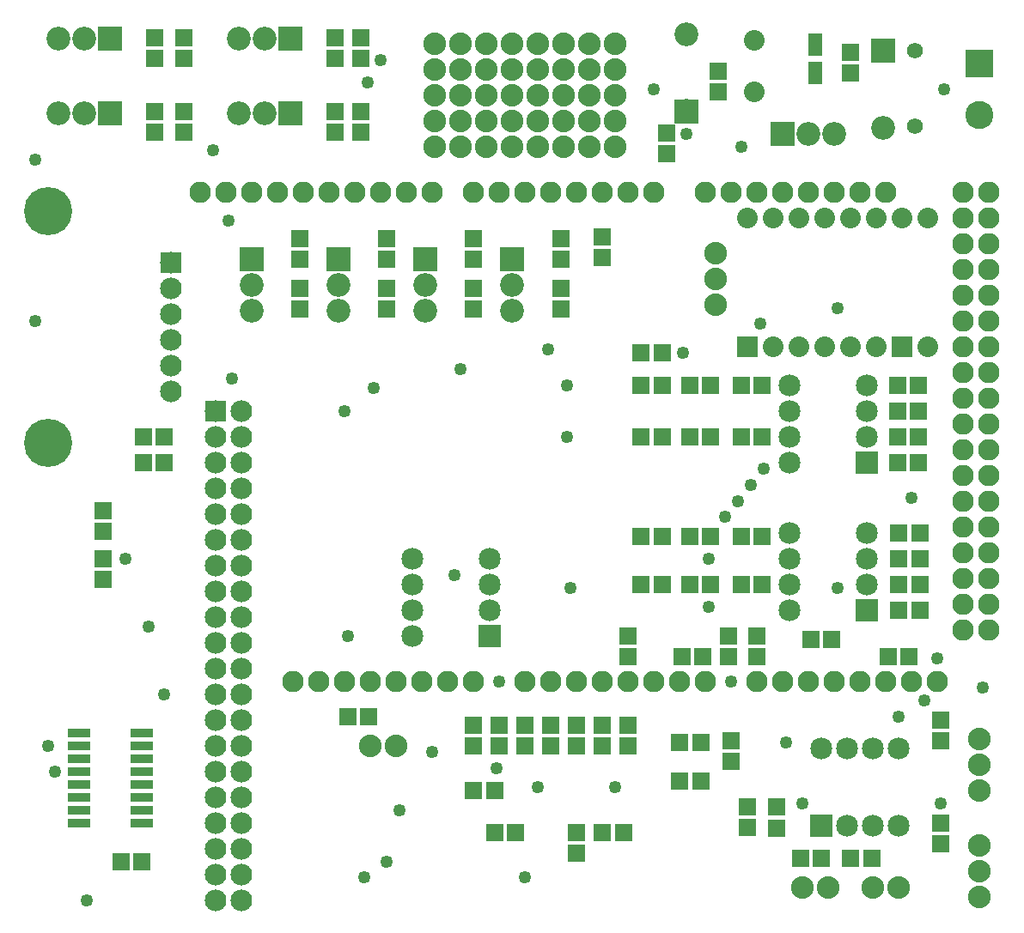
<source format=gts>
G04 MADE WITH FRITZING*
G04 WWW.FRITZING.ORG*
G04 DOUBLE SIDED*
G04 HOLES PLATED*
G04 CONTOUR ON CENTER OF CONTOUR VECTOR*
%ASAXBY*%
%FSLAX23Y23*%
%MOIN*%
%OFA0B0*%
%SFA1.0B1.0*%
%ADD10C,0.049370*%
%ADD11C,0.080000*%
%ADD12C,0.085000*%
%ADD13C,0.187165*%
%ADD14C,0.084000*%
%ADD15C,0.088000*%
%ADD16C,0.082917*%
%ADD17C,0.092000*%
%ADD18C,0.061496*%
%ADD19C,0.109055*%
%ADD20R,0.065118X0.069055*%
%ADD21R,0.057244X0.088740*%
%ADD22R,0.090000X0.036000*%
%ADD23R,0.069055X0.065118*%
%ADD24R,0.085000X0.085000*%
%ADD25R,0.084000X0.084000*%
%ADD26R,0.080000X0.080000*%
%ADD27R,0.092000X0.092000*%
%ADD28R,0.109055X0.109055*%
%LNMASK1*%
G90*
G70*
G54D10*
X2482Y3451D03*
X519Y1363D03*
X282Y301D03*
X2157Y1513D03*
X3432Y1013D03*
X3757Y1126D03*
X832Y2938D03*
X1282Y2201D03*
G54D11*
X2869Y3638D03*
X2869Y3438D03*
G54D10*
X157Y801D03*
X132Y901D03*
X1444Y451D03*
X1869Y813D03*
X2332Y738D03*
X1619Y876D03*
X1494Y651D03*
G54D12*
X1844Y1326D03*
X1544Y1326D03*
X1844Y1426D03*
X1544Y1426D03*
X1844Y1526D03*
X1544Y1526D03*
X1844Y1626D03*
X1544Y1626D03*
G54D10*
X432Y1626D03*
X3057Y676D03*
X3582Y1238D03*
G54D12*
X3307Y1426D03*
X3007Y1426D03*
X3307Y1526D03*
X3007Y1526D03*
X3307Y1626D03*
X3007Y1626D03*
X3307Y1726D03*
X3007Y1726D03*
X3307Y2001D03*
X3007Y2001D03*
X3307Y2101D03*
X3007Y2101D03*
X3307Y2201D03*
X3007Y2201D03*
X3307Y2301D03*
X3007Y2301D03*
G54D10*
X2607Y3276D03*
X1732Y2363D03*
X2069Y2438D03*
X1394Y2288D03*
X2807Y1851D03*
X2757Y1788D03*
X2857Y1913D03*
X2907Y1976D03*
X769Y3213D03*
X1369Y3476D03*
X1419Y3563D03*
X3594Y676D03*
X3532Y1076D03*
X2594Y2426D03*
X1357Y388D03*
G54D13*
X132Y2076D03*
X132Y2976D03*
G54D10*
X1982Y388D03*
X3194Y1513D03*
X1294Y1326D03*
X1882Y1151D03*
X82Y3176D03*
X2994Y913D03*
X582Y1101D03*
X2782Y1151D03*
X1707Y1563D03*
X2819Y3226D03*
X3194Y2601D03*
G54D14*
X607Y2776D03*
X607Y2676D03*
X607Y2576D03*
X607Y2476D03*
X607Y2376D03*
X607Y2276D03*
G54D10*
X2144Y2301D03*
X2144Y2101D03*
X3482Y1863D03*
X844Y2326D03*
G54D11*
X3544Y2951D03*
X3544Y2451D03*
X3444Y2951D03*
X3444Y2451D03*
X3344Y2951D03*
X3344Y2451D03*
X3244Y2951D03*
X3244Y2451D03*
X3144Y2951D03*
X3144Y2451D03*
X3044Y2951D03*
X3044Y2451D03*
X2944Y2951D03*
X2944Y2451D03*
X2844Y2951D03*
X2844Y2451D03*
G54D10*
X3607Y3451D03*
X2032Y738D03*
G54D15*
X1632Y3226D03*
X1632Y3326D03*
X1632Y3426D03*
X1632Y3526D03*
X1632Y3626D03*
X2332Y3226D03*
X2332Y3326D03*
X2332Y3426D03*
X2332Y3526D03*
X2332Y3626D03*
X2132Y3626D03*
X2132Y3526D03*
X2132Y3426D03*
X1932Y3426D03*
X1932Y3626D03*
X1932Y3526D03*
X1932Y3226D03*
X1932Y3326D03*
X1732Y3526D03*
X1732Y3626D03*
X2232Y3226D03*
X1832Y3626D03*
X1832Y3426D03*
X1832Y3226D03*
X1832Y3326D03*
X2232Y3626D03*
X2232Y3526D03*
X2232Y3426D03*
X1732Y3226D03*
X1732Y3326D03*
X2032Y3426D03*
X1832Y3526D03*
X2032Y3226D03*
X2032Y3326D03*
X1382Y901D03*
X1482Y901D03*
X2032Y3626D03*
X2032Y3526D03*
X2232Y3326D03*
X1732Y3426D03*
X2132Y3226D03*
X2132Y3326D03*
G54D10*
X2894Y2538D03*
X82Y2551D03*
G54D12*
X3132Y588D03*
X3132Y888D03*
X3232Y588D03*
X3232Y888D03*
X3332Y588D03*
X3332Y888D03*
X3432Y588D03*
X3432Y888D03*
G54D14*
X882Y2201D03*
X882Y2101D03*
X882Y2001D03*
X882Y1901D03*
X882Y1801D03*
X882Y1701D03*
X882Y1601D03*
X882Y1501D03*
X882Y1401D03*
X882Y1301D03*
X882Y1201D03*
X882Y1101D03*
X882Y1001D03*
X882Y901D03*
X882Y801D03*
X882Y701D03*
X882Y601D03*
X882Y501D03*
X882Y401D03*
X882Y301D03*
X782Y2201D03*
X782Y2101D03*
X782Y2001D03*
X782Y1901D03*
X782Y1801D03*
X782Y1701D03*
X782Y1601D03*
X782Y1501D03*
X782Y1401D03*
X782Y1301D03*
X782Y1201D03*
X782Y1101D03*
X782Y1001D03*
X782Y901D03*
X782Y801D03*
X782Y701D03*
X782Y601D03*
X782Y501D03*
X782Y401D03*
X782Y301D03*
G54D16*
X2982Y1151D03*
X1382Y1151D03*
X3082Y1151D03*
X3182Y1151D03*
X3282Y1151D03*
X3382Y1151D03*
X3682Y2551D03*
X3482Y1151D03*
X3582Y1151D03*
X1422Y3051D03*
X1982Y1151D03*
X2082Y1151D03*
X2182Y1151D03*
X2282Y1151D03*
X3682Y1751D03*
X2382Y1151D03*
X2482Y1151D03*
X2582Y1151D03*
X2682Y1151D03*
X2182Y3051D03*
X3682Y2951D03*
X3682Y2151D03*
X3682Y1351D03*
X1022Y3051D03*
X1782Y1151D03*
X1782Y3051D03*
X3682Y2751D03*
X3682Y2351D03*
X3682Y1951D03*
X3382Y3051D03*
X3682Y1551D03*
X3282Y3051D03*
X3182Y3051D03*
X3082Y3051D03*
X2982Y3051D03*
X2882Y3051D03*
X2782Y3051D03*
X2682Y3051D03*
X822Y3051D03*
X1222Y3051D03*
X1622Y3051D03*
X1182Y1151D03*
X1582Y1151D03*
X2382Y3051D03*
X1982Y3051D03*
X3682Y3051D03*
X3682Y2851D03*
X3682Y2651D03*
X3682Y2451D03*
X3682Y2251D03*
X3682Y2051D03*
X3682Y1851D03*
X3682Y1651D03*
X3682Y1451D03*
X722Y3051D03*
X922Y3051D03*
X1122Y3051D03*
X1322Y3051D03*
X1522Y3051D03*
X1082Y1151D03*
X1282Y1151D03*
X1482Y1151D03*
X1682Y1151D03*
X2482Y3051D03*
X2282Y3051D03*
X2082Y3051D03*
X1882Y3051D03*
X3782Y3051D03*
X3782Y2951D03*
X3782Y2851D03*
X3782Y2751D03*
X3782Y2651D03*
X3782Y2551D03*
X3782Y2451D03*
X3782Y2351D03*
X3782Y2251D03*
X3782Y2151D03*
X3782Y2051D03*
X3782Y1951D03*
X3782Y1851D03*
X3782Y1751D03*
X3782Y1651D03*
X3782Y1551D03*
X3782Y1451D03*
X3782Y1351D03*
X2882Y1151D03*
G54D17*
X1257Y2788D03*
X1257Y2688D03*
X1257Y2588D03*
X1932Y2788D03*
X1932Y2688D03*
X1932Y2588D03*
X1594Y2788D03*
X1594Y2688D03*
X1594Y2588D03*
X919Y2788D03*
X919Y2688D03*
X919Y2588D03*
G54D15*
X3744Y313D03*
X3744Y413D03*
X3744Y513D03*
X3744Y926D03*
X3744Y826D03*
X3744Y726D03*
X2719Y2813D03*
X2719Y2713D03*
X2719Y2613D03*
X3057Y351D03*
X3157Y351D03*
X3432Y351D03*
X3332Y351D03*
G54D17*
X2982Y3276D03*
X3082Y3276D03*
X3182Y3276D03*
X2607Y3365D03*
X2607Y3663D03*
X3369Y3599D03*
X3369Y3301D03*
G54D18*
X3494Y3305D03*
X3494Y3601D03*
X3494Y3305D03*
X3494Y3601D03*
G54D17*
X369Y3357D03*
X269Y3357D03*
X169Y3357D03*
X1069Y3645D03*
X969Y3645D03*
X869Y3645D03*
X369Y3645D03*
X269Y3645D03*
X169Y3645D03*
X1069Y3357D03*
X969Y3357D03*
X869Y3357D03*
G54D19*
X3744Y3551D03*
X3744Y3351D03*
G54D10*
X2694Y1438D03*
X2694Y1626D03*
G54D20*
X2619Y1526D03*
X2700Y1526D03*
X2619Y1713D03*
X2700Y1713D03*
X2619Y2101D03*
X2700Y2101D03*
X2619Y2301D03*
X2700Y2301D03*
X2432Y1526D03*
X2513Y1526D03*
X2432Y1713D03*
X2513Y1713D03*
X2432Y2101D03*
X2513Y2101D03*
X2432Y2301D03*
X2513Y2301D03*
G54D21*
X3107Y3513D03*
X3107Y3623D03*
G54D22*
X252Y951D03*
X252Y901D03*
X252Y851D03*
X252Y801D03*
X252Y751D03*
X252Y701D03*
X252Y651D03*
X252Y601D03*
X494Y601D03*
X494Y651D03*
X494Y701D03*
X494Y751D03*
X494Y801D03*
X494Y851D03*
X494Y901D03*
X494Y951D03*
G54D20*
X414Y451D03*
X494Y451D03*
G54D23*
X344Y1626D03*
X344Y1545D03*
G54D24*
X1844Y1326D03*
X3307Y1426D03*
X3307Y2001D03*
G54D23*
X2532Y3201D03*
X2532Y3281D03*
X3244Y3594D03*
X3244Y3513D03*
X2732Y3519D03*
X2732Y3438D03*
X344Y1813D03*
X344Y1732D03*
G54D20*
X501Y2101D03*
X582Y2101D03*
G54D23*
X1344Y3282D03*
X1344Y3363D03*
X1244Y3570D03*
X1244Y3651D03*
X1344Y3570D03*
X1344Y3651D03*
X1244Y3282D03*
X1244Y3363D03*
X657Y3570D03*
X657Y3651D03*
X544Y3570D03*
X544Y3651D03*
X657Y3282D03*
X657Y3363D03*
X544Y3282D03*
X544Y3363D03*
G54D20*
X3507Y2301D03*
X3426Y2301D03*
X3507Y2001D03*
X3426Y2001D03*
X3507Y2101D03*
X3426Y2101D03*
X3507Y2201D03*
X3426Y2201D03*
X2432Y2426D03*
X2513Y2426D03*
X3513Y1426D03*
X3432Y1426D03*
X3513Y1526D03*
X3432Y1526D03*
X3513Y1626D03*
X3432Y1626D03*
X3513Y1726D03*
X3432Y1726D03*
G54D23*
X1107Y2595D03*
X1107Y2676D03*
X1444Y2595D03*
X1444Y2676D03*
X1782Y2595D03*
X1782Y2676D03*
X2119Y2595D03*
X2119Y2676D03*
X1107Y2869D03*
X1107Y2788D03*
X1444Y2869D03*
X1444Y2788D03*
X1782Y2869D03*
X1782Y2788D03*
X2119Y2869D03*
X2119Y2788D03*
G54D20*
X2819Y2101D03*
X2900Y2101D03*
X2900Y2301D03*
X2819Y2301D03*
X1864Y563D03*
X1944Y563D03*
X2363Y563D03*
X2282Y563D03*
X501Y2001D03*
X582Y2001D03*
X3169Y1313D03*
X3089Y1313D03*
G54D23*
X2769Y1326D03*
X2769Y1245D03*
X2082Y901D03*
X2082Y981D03*
X2282Y2795D03*
X2282Y2876D03*
X1982Y901D03*
X1982Y981D03*
G54D20*
X1863Y726D03*
X1782Y726D03*
G54D23*
X1782Y981D03*
X1782Y901D03*
G54D20*
X3469Y1247D03*
X3389Y1247D03*
G54D23*
X2382Y1245D03*
X2382Y1326D03*
X3594Y920D03*
X3594Y1001D03*
G54D20*
X3245Y463D03*
X3326Y463D03*
X3132Y463D03*
X3051Y463D03*
G54D23*
X3594Y520D03*
X3594Y601D03*
X2957Y662D03*
X2957Y581D03*
G54D25*
X607Y2776D03*
G54D26*
X2844Y2451D03*
X3444Y2451D03*
G54D24*
X3132Y588D03*
G54D25*
X782Y2201D03*
G54D27*
X1257Y2788D03*
X1932Y2788D03*
X1594Y2788D03*
X919Y2788D03*
X2982Y3276D03*
X2607Y3364D03*
X3369Y3600D03*
X369Y3357D03*
X1069Y3645D03*
X369Y3645D03*
X1069Y3357D03*
G54D28*
X3744Y3551D03*
G54D20*
X2582Y913D03*
X2663Y913D03*
X2582Y763D03*
X2663Y763D03*
G54D23*
X2844Y582D03*
X2844Y663D03*
X2182Y482D03*
X2182Y563D03*
X1882Y901D03*
X1882Y981D03*
X2182Y901D03*
X2182Y981D03*
G54D20*
X1375Y1013D03*
X1294Y1013D03*
G54D23*
X2782Y838D03*
X2782Y919D03*
X2282Y901D03*
X2282Y981D03*
X2382Y901D03*
X2382Y981D03*
G54D20*
X2819Y1526D03*
X2900Y1526D03*
X2900Y1713D03*
X2819Y1713D03*
X2669Y1247D03*
X2589Y1247D03*
G54D23*
X2882Y1245D03*
X2882Y1326D03*
G04 End of Mask1*
M02*
</source>
